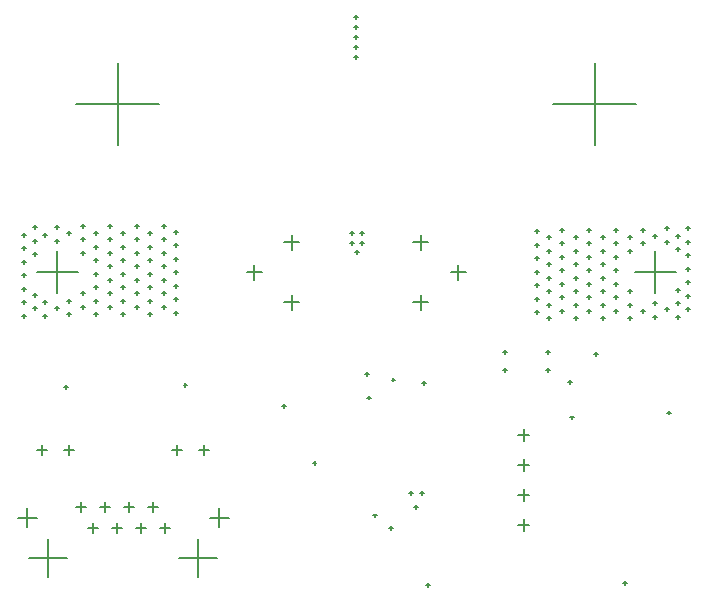
<source format=gbr>
G04*
G04 #@! TF.GenerationSoftware,Altium Limited,Altium Designer,23.8.1 (32)*
G04*
G04 Layer_Color=128*
%FSLAX25Y25*%
%MOIN*%
G70*
G04*
G04 #@! TF.SameCoordinates,264EC624-27BF-4E82-BD90-BE7253C1E6FF*
G04*
G04*
G04 #@! TF.FilePolarity,Positive*
G04*
G01*
G75*
%ADD62C,0.00500*%
D62*
X208100Y109200D02*
X221900D01*
X215000Y102300D02*
Y116100D01*
X134300Y119200D02*
X139300D01*
X136800Y116700D02*
Y121700D01*
X146800Y109200D02*
X151800D01*
X149300Y106700D02*
Y111700D01*
X134300Y99200D02*
X139300D01*
X136800Y96700D02*
Y101700D01*
X225350Y123800D02*
X226650D01*
X226000Y123150D02*
Y124450D01*
X225350Y119300D02*
X226650D01*
X226000Y118650D02*
Y119950D01*
X225350Y114800D02*
X226650D01*
X226000Y114150D02*
Y115450D01*
X225350Y110300D02*
X226650D01*
X226000Y109650D02*
Y110950D01*
X225350Y105800D02*
X226650D01*
X226000Y105150D02*
Y106450D01*
X225350Y101300D02*
X226650D01*
X226000Y100650D02*
Y101950D01*
X225350Y96800D02*
X226650D01*
X226000Y96150D02*
Y97450D01*
X221850Y121300D02*
X223150D01*
X222500Y120650D02*
Y121950D01*
X221850Y116800D02*
X223150D01*
X222500Y116150D02*
Y117450D01*
X221850Y103300D02*
X223150D01*
X222500Y102650D02*
Y103950D01*
X221850Y98800D02*
X223150D01*
X222500Y98150D02*
Y99450D01*
X221850Y94300D02*
X223150D01*
X222500Y93650D02*
Y94950D01*
X218350Y123800D02*
X219650D01*
X219000Y123150D02*
Y124450D01*
X218350Y119300D02*
X219650D01*
X219000Y118650D02*
Y119950D01*
X218350Y96800D02*
X219650D01*
X219000Y96150D02*
Y97450D01*
X214350Y121300D02*
X215650D01*
X215000Y120650D02*
Y121950D01*
X214350Y98800D02*
X215650D01*
X215000Y98150D02*
Y99450D01*
X214350Y94300D02*
X215650D01*
X215000Y93650D02*
Y94950D01*
X210350Y123300D02*
X211650D01*
X211000Y122650D02*
Y123950D01*
X210350Y118800D02*
X211650D01*
X211000Y118150D02*
Y119450D01*
X210350Y96300D02*
X211650D01*
X211000Y95650D02*
Y96950D01*
X205850Y120800D02*
X207150D01*
X206500Y120150D02*
Y121450D01*
X205850Y116300D02*
X207150D01*
X206500Y115650D02*
Y116950D01*
X205850Y102800D02*
X207150D01*
X206500Y102150D02*
Y103450D01*
X205850Y98300D02*
X207150D01*
X206500Y97650D02*
Y98950D01*
X205850Y93800D02*
X207150D01*
X206500Y93150D02*
Y94450D01*
X201350Y123300D02*
X202650D01*
X202000Y122650D02*
Y123950D01*
X201350Y118800D02*
X202650D01*
X202000Y118150D02*
Y119450D01*
X201350Y114300D02*
X202650D01*
X202000Y113650D02*
Y114950D01*
X201350Y109800D02*
X202650D01*
X202000Y109150D02*
Y110450D01*
X201350Y105300D02*
X202650D01*
X202000Y104650D02*
Y105950D01*
X201350Y100800D02*
X202650D01*
X202000Y100150D02*
Y101450D01*
X201350Y96300D02*
X202650D01*
X202000Y95650D02*
Y96950D01*
X196850Y120800D02*
X198150D01*
X197500Y120150D02*
Y121450D01*
X196850Y116300D02*
X198150D01*
X197500Y115650D02*
Y116950D01*
X196850Y111800D02*
X198150D01*
X197500Y111150D02*
Y112450D01*
X196850Y107300D02*
X198150D01*
X197500Y106650D02*
Y107950D01*
X196850Y102800D02*
X198150D01*
X197500Y102150D02*
Y103450D01*
X196850Y98300D02*
X198150D01*
X197500Y97650D02*
Y98950D01*
X196850Y93800D02*
X198150D01*
X197500Y93150D02*
Y94450D01*
X192350Y123300D02*
X193650D01*
X193000Y122650D02*
Y123950D01*
X192350Y118800D02*
X193650D01*
X193000Y118150D02*
Y119450D01*
X192350Y114300D02*
X193650D01*
X193000Y113650D02*
Y114950D01*
X192350Y109800D02*
X193650D01*
X193000Y109150D02*
Y110450D01*
X192350Y105300D02*
X193650D01*
X193000Y104650D02*
Y105950D01*
X192350Y100800D02*
X193650D01*
X193000Y100150D02*
Y101450D01*
X192350Y96300D02*
X193650D01*
X193000Y95650D02*
Y96950D01*
X187850Y120800D02*
X189150D01*
X188500Y120150D02*
Y121450D01*
X187850Y116300D02*
X189150D01*
X188500Y115650D02*
Y116950D01*
X187850Y111800D02*
X189150D01*
X188500Y111150D02*
Y112450D01*
X187850Y107300D02*
X189150D01*
X188500Y106650D02*
Y107950D01*
X187850Y102800D02*
X189150D01*
X188500Y102150D02*
Y103450D01*
X187850Y98300D02*
X189150D01*
X188500Y97650D02*
Y98950D01*
X187850Y93800D02*
X189150D01*
X188500Y93150D02*
Y94450D01*
X183350Y123300D02*
X184650D01*
X184000Y122650D02*
Y123950D01*
X183350Y118800D02*
X184650D01*
X184000Y118150D02*
Y119450D01*
X183350Y114300D02*
X184650D01*
X184000Y113650D02*
Y114950D01*
X183350Y109800D02*
X184650D01*
X184000Y109150D02*
Y110450D01*
X183350Y105300D02*
X184650D01*
X184000Y104650D02*
Y105950D01*
X183350Y100800D02*
X184650D01*
X184000Y100150D02*
Y101450D01*
X183350Y96300D02*
X184650D01*
X184000Y95650D02*
Y96950D01*
X178850Y120800D02*
X180150D01*
X179500Y120150D02*
Y121450D01*
X178850Y116300D02*
X180150D01*
X179500Y115650D02*
Y116950D01*
X178850Y111800D02*
X180150D01*
X179500Y111150D02*
Y112450D01*
X178850Y107300D02*
X180150D01*
X179500Y106650D02*
Y107950D01*
X178850Y102800D02*
X180150D01*
X179500Y102150D02*
Y103450D01*
X178850Y98300D02*
X180150D01*
X179500Y97650D02*
Y98950D01*
X178850Y93800D02*
X180150D01*
X179500Y93150D02*
Y94450D01*
X174850Y122800D02*
X176150D01*
X175500Y122150D02*
Y123450D01*
X174850Y118300D02*
X176150D01*
X175500Y117650D02*
Y118950D01*
X174850Y113800D02*
X176150D01*
X175500Y113150D02*
Y114450D01*
X174850Y109300D02*
X176150D01*
X175500Y108650D02*
Y109950D01*
X174850Y104800D02*
X176150D01*
X175500Y104150D02*
Y105450D01*
X174850Y100300D02*
X176150D01*
X175500Y99650D02*
Y100950D01*
X174850Y95800D02*
X176150D01*
X175500Y95150D02*
Y96450D01*
X169150Y24900D02*
X173050D01*
X171100Y22950D02*
Y26850D01*
X169150Y34900D02*
X173050D01*
X171100Y32950D02*
Y36850D01*
X169150Y44900D02*
X173050D01*
X171100Y42950D02*
Y46850D01*
X169150Y54900D02*
X173050D01*
X171100Y52950D02*
Y56850D01*
X54550Y122600D02*
X55850D01*
X55200Y121950D02*
Y123250D01*
X54550Y118100D02*
X55850D01*
X55200Y117450D02*
Y118750D01*
X54550Y113600D02*
X55850D01*
X55200Y112950D02*
Y114250D01*
X54550Y109100D02*
X55850D01*
X55200Y108450D02*
Y109750D01*
X54550Y104600D02*
X55850D01*
X55200Y103950D02*
Y105250D01*
X54550Y100100D02*
X55850D01*
X55200Y99450D02*
Y100750D01*
X54550Y95600D02*
X55850D01*
X55200Y94950D02*
Y96250D01*
X50550Y124600D02*
X51850D01*
X51200Y123950D02*
Y125250D01*
X50550Y120100D02*
X51850D01*
X51200Y119450D02*
Y120750D01*
X50550Y115600D02*
X51850D01*
X51200Y114950D02*
Y116250D01*
X50550Y111100D02*
X51850D01*
X51200Y110450D02*
Y111750D01*
X50550Y106600D02*
X51850D01*
X51200Y105950D02*
Y107250D01*
X50550Y102100D02*
X51850D01*
X51200Y101450D02*
Y102750D01*
X50550Y97600D02*
X51850D01*
X51200Y96950D02*
Y98250D01*
X46050Y122100D02*
X47350D01*
X46700Y121450D02*
Y122750D01*
X46050Y117600D02*
X47350D01*
X46700Y116950D02*
Y118250D01*
X46050Y113100D02*
X47350D01*
X46700Y112450D02*
Y113750D01*
X46050Y108600D02*
X47350D01*
X46700Y107950D02*
Y109250D01*
X46050Y104100D02*
X47350D01*
X46700Y103450D02*
Y104750D01*
X46050Y99600D02*
X47350D01*
X46700Y98950D02*
Y100250D01*
X46050Y95100D02*
X47350D01*
X46700Y94450D02*
Y95750D01*
X41550Y124600D02*
X42850D01*
X42200Y123950D02*
Y125250D01*
X41550Y120100D02*
X42850D01*
X42200Y119450D02*
Y120750D01*
X41550Y115600D02*
X42850D01*
X42200Y114950D02*
Y116250D01*
X41550Y111100D02*
X42850D01*
X42200Y110450D02*
Y111750D01*
X41550Y106600D02*
X42850D01*
X42200Y105950D02*
Y107250D01*
X41550Y102100D02*
X42850D01*
X42200Y101450D02*
Y102750D01*
X41550Y97600D02*
X42850D01*
X42200Y96950D02*
Y98250D01*
X37050Y122100D02*
X38350D01*
X37700Y121450D02*
Y122750D01*
X37050Y117600D02*
X38350D01*
X37700Y116950D02*
Y118250D01*
X37050Y113100D02*
X38350D01*
X37700Y112450D02*
Y113750D01*
X37050Y108600D02*
X38350D01*
X37700Y107950D02*
Y109250D01*
X37050Y104100D02*
X38350D01*
X37700Y103450D02*
Y104750D01*
X37050Y99600D02*
X38350D01*
X37700Y98950D02*
Y100250D01*
X37050Y95100D02*
X38350D01*
X37700Y94450D02*
Y95750D01*
X32550Y124600D02*
X33850D01*
X33200Y123950D02*
Y125250D01*
X32550Y120100D02*
X33850D01*
X33200Y119450D02*
Y120750D01*
X32550Y115600D02*
X33850D01*
X33200Y114950D02*
Y116250D01*
X32550Y111100D02*
X33850D01*
X33200Y110450D02*
Y111750D01*
X32550Y106600D02*
X33850D01*
X33200Y105950D02*
Y107250D01*
X32550Y102100D02*
X33850D01*
X33200Y101450D02*
Y102750D01*
X32550Y97600D02*
X33850D01*
X33200Y96950D02*
Y98250D01*
X28050Y122100D02*
X29350D01*
X28700Y121450D02*
Y122750D01*
X28050Y117600D02*
X29350D01*
X28700Y116950D02*
Y118250D01*
X28050Y113100D02*
X29350D01*
X28700Y112450D02*
Y113750D01*
X28050Y108600D02*
X29350D01*
X28700Y107950D02*
Y109250D01*
X28050Y104100D02*
X29350D01*
X28700Y103450D02*
Y104750D01*
X28050Y99600D02*
X29350D01*
X28700Y98950D02*
Y100250D01*
X28050Y95100D02*
X29350D01*
X28700Y94450D02*
Y95750D01*
X23550Y124600D02*
X24850D01*
X24200Y123950D02*
Y125250D01*
X23550Y120100D02*
X24850D01*
X24200Y119450D02*
Y120750D01*
X23550Y115600D02*
X24850D01*
X24200Y114950D02*
Y116250D01*
X23550Y102100D02*
X24850D01*
X24200Y101450D02*
Y102750D01*
X23550Y97600D02*
X24850D01*
X24200Y96950D02*
Y98250D01*
X19050Y122100D02*
X20350D01*
X19700Y121450D02*
Y122750D01*
X19050Y99600D02*
X20350D01*
X19700Y98950D02*
Y100250D01*
X19050Y95100D02*
X20350D01*
X19700Y94450D02*
Y95750D01*
X15050Y124100D02*
X16350D01*
X15700Y123450D02*
Y124750D01*
X15050Y119600D02*
X16350D01*
X15700Y118950D02*
Y120250D01*
X15050Y97100D02*
X16350D01*
X15700Y96450D02*
Y97750D01*
X11050Y121600D02*
X12350D01*
X11700Y120950D02*
Y122250D01*
X11050Y99100D02*
X12350D01*
X11700Y98450D02*
Y99750D01*
X11050Y94600D02*
X12350D01*
X11700Y93950D02*
Y95250D01*
X7550Y124100D02*
X8850D01*
X8200Y123450D02*
Y124750D01*
X7550Y119600D02*
X8850D01*
X8200Y118950D02*
Y120250D01*
X7550Y115100D02*
X8850D01*
X8200Y114450D02*
Y115750D01*
X7550Y101600D02*
X8850D01*
X8200Y100950D02*
Y102250D01*
X7550Y97100D02*
X8850D01*
X8200Y96450D02*
Y97750D01*
X4050Y121600D02*
X5350D01*
X4700Y120950D02*
Y122250D01*
X4050Y117100D02*
X5350D01*
X4700Y116450D02*
Y117750D01*
X4050Y112600D02*
X5350D01*
X4700Y111950D02*
Y113250D01*
X4050Y108100D02*
X5350D01*
X4700Y107450D02*
Y108750D01*
X4050Y103600D02*
X5350D01*
X4700Y102950D02*
Y104250D01*
X4050Y99100D02*
X5350D01*
X4700Y98450D02*
Y99750D01*
X4050Y94600D02*
X5350D01*
X4700Y93950D02*
Y95250D01*
X91400Y119200D02*
X96400D01*
X93900Y116700D02*
Y121700D01*
X78900Y109200D02*
X83900D01*
X81400Y106700D02*
Y111700D01*
X91400Y99200D02*
X96400D01*
X93900Y96700D02*
Y101700D01*
X8800Y109200D02*
X22600D01*
X15700Y102300D02*
Y116100D01*
X181050Y165200D02*
X208550D01*
X194800Y151450D02*
Y178950D01*
X22050Y165200D02*
X49550D01*
X35800Y151450D02*
Y178950D01*
X49850Y23900D02*
X53350D01*
X51600Y22150D02*
Y25650D01*
X45825Y30900D02*
X49325D01*
X47575Y29150D02*
Y32650D01*
X41825Y23900D02*
X45325D01*
X43575Y22150D02*
Y25650D01*
X37775Y30900D02*
X41275D01*
X39525Y29150D02*
Y32650D01*
X33800Y23900D02*
X37300D01*
X35550Y22150D02*
Y25650D01*
X29775Y30900D02*
X33275D01*
X31525Y29150D02*
Y32650D01*
X25775Y23900D02*
X29275D01*
X27525Y22150D02*
Y25650D01*
X21750Y30900D02*
X25250D01*
X23500Y29150D02*
Y32650D01*
X62850Y49900D02*
X66350D01*
X64600Y48150D02*
Y51650D01*
X53850Y49900D02*
X57350D01*
X55600Y48150D02*
Y51650D01*
X17850Y49900D02*
X21350D01*
X19600Y48150D02*
Y51650D01*
X8850Y49900D02*
X12350D01*
X10600Y48150D02*
Y51650D01*
X6300Y13900D02*
X18900D01*
X12600Y7600D02*
Y20200D01*
X56300Y13900D02*
X68900D01*
X62600Y7600D02*
Y20200D01*
X2450Y27400D02*
X8750D01*
X5600Y24250D02*
Y30550D01*
X66450Y27400D02*
X72750D01*
X69600Y24250D02*
Y30550D01*
X178709Y76600D02*
X179891D01*
X179300Y76010D02*
Y77191D01*
X164309Y76600D02*
X165491D01*
X164900Y76010D02*
Y77191D01*
X164250Y82500D02*
X165550D01*
X164900Y81850D02*
Y83150D01*
X178650Y82500D02*
X179950D01*
X179300Y81850D02*
Y83150D01*
X194450Y81900D02*
X195750D01*
X195100Y81250D02*
Y82550D01*
X132950Y35600D02*
X134250D01*
X133600Y34950D02*
Y36250D01*
X136550Y35700D02*
X137850D01*
X137200Y35050D02*
Y36350D01*
X134609Y31000D02*
X135791D01*
X135200Y30409D02*
Y31591D01*
X120909Y28100D02*
X122091D01*
X121500Y27509D02*
Y28691D01*
X126350Y23900D02*
X127650D01*
X127000Y23250D02*
Y24550D01*
X118409Y75300D02*
X119591D01*
X119000Y74709D02*
Y75890D01*
X118850Y67400D02*
X120150D01*
X119500Y66750D02*
Y68050D01*
X138625Y4925D02*
X139925D01*
X139275Y4275D02*
Y5575D01*
X100780Y45568D02*
X102080D01*
X101430Y44918D02*
Y46218D01*
X90650Y64500D02*
X91950D01*
X91300Y63850D02*
Y65150D01*
X116550Y118900D02*
X117850D01*
X117200Y118250D02*
Y119550D01*
X113150Y118900D02*
X114450D01*
X113800Y118250D02*
Y119550D01*
X137250Y72300D02*
X138550D01*
X137900Y71650D02*
Y72950D01*
X219050Y62400D02*
X220350D01*
X219700Y61750D02*
Y63050D01*
X116550Y122200D02*
X117850D01*
X117200Y121550D02*
Y122850D01*
X114850Y115800D02*
X116150D01*
X115500Y115150D02*
Y116450D01*
X113150Y122200D02*
X114450D01*
X113800Y121550D02*
Y122850D01*
X114650Y180800D02*
X115950D01*
X115300Y180150D02*
Y181450D01*
X114650Y184100D02*
X115950D01*
X115300Y183450D02*
Y184750D01*
X114650Y187600D02*
X115950D01*
X115300Y186950D02*
Y188250D01*
X114650Y190900D02*
X115950D01*
X115300Y190250D02*
Y191550D01*
X114650Y194200D02*
X115950D01*
X115300Y193550D02*
Y194850D01*
X57750Y71600D02*
X59050D01*
X58400Y70950D02*
Y72250D01*
X17850Y71000D02*
X19150D01*
X18500Y70350D02*
Y71650D01*
X186510Y60762D02*
X187810D01*
X187160Y60112D02*
Y61412D01*
X185850Y72600D02*
X187150D01*
X186500Y71950D02*
Y73250D01*
X127109Y73400D02*
X128291D01*
X127700Y72809D02*
Y73990D01*
X204250Y5500D02*
X205550D01*
X204900Y4850D02*
Y6150D01*
M02*

</source>
